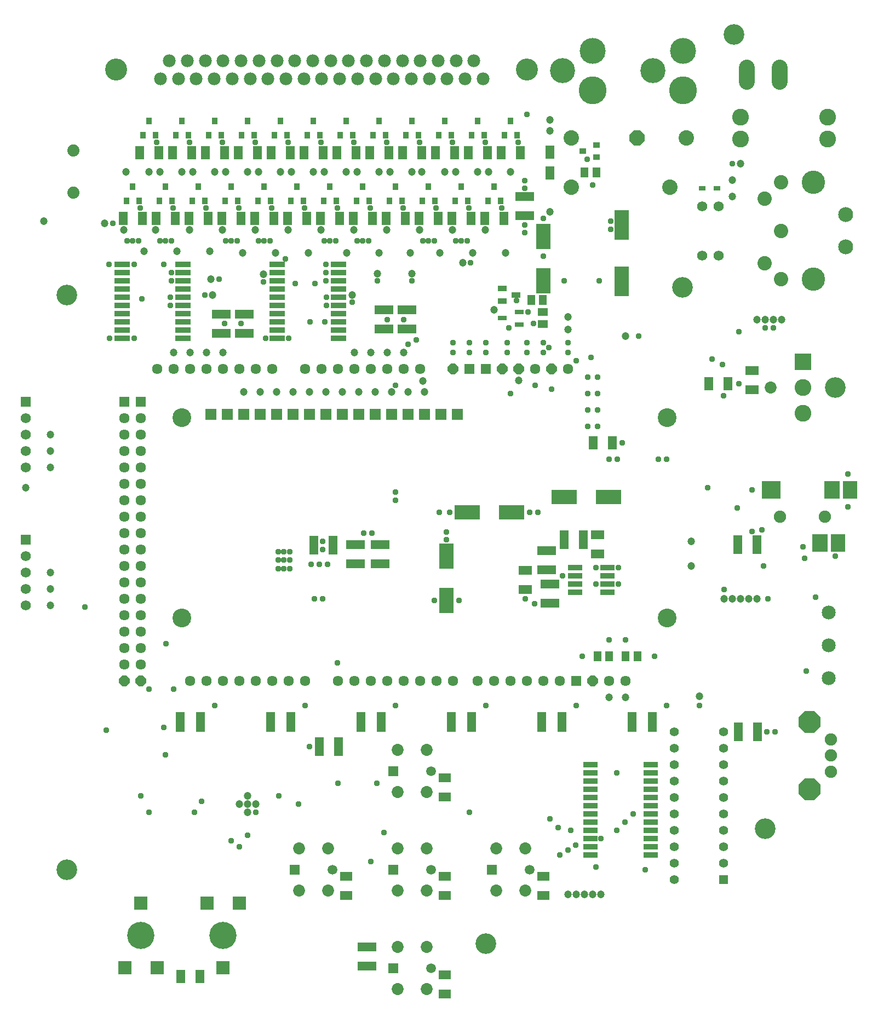
<source format=gts>
G04 EAGLE Gerber RS-274X export*
G75*
%MOMM*%
%FSLAX34Y34*%
%LPD*%
%INSoldermask Top*%
%IPPOS*%
%AMOC8*
5,1,8,0,0,1.08239X$1,22.5*%
G01*
G04 Define Apertures*
%ADD10C,3.200400*%
%ADD11R,1.561200X1.561200*%
%ADD12C,1.561200*%
%ADD13R,2.918500X1.367800*%
%ADD14R,2.318500X3.966800*%
%ADD15R,2.318500X4.618900*%
%ADD16R,1.367800X2.918500*%
%ADD17R,3.966800X2.318500*%
%ADD18R,1.093400X0.640100*%
%ADD19R,1.467100X3.156800*%
%ADD20R,1.411200X1.411200*%
%ADD21C,1.411200*%
%ADD22R,1.711200X1.711200*%
%ADD23C,2.903200*%
%ADD24C,4.019200*%
%ADD25C,4.319200*%
%ADD26C,3.869200*%
%ADD27C,1.988200*%
%ADD28C,3.403200*%
%ADD29R,2.203200X2.703200*%
%ADD30R,2.403200X2.703200*%
%ADD31R,3.003200X2.703200*%
%ADD32C,1.903200*%
%ADD33C,2.303200*%
%ADD34C,2.228200*%
%ADD35C,3.609200*%
%ADD36R,2.528200X2.528200*%
%ADD37C,2.603200*%
%ADD38C,1.853200*%
%ADD39C,3.203200*%
%ADD40C,1.575700*%
%ADD41R,0.953200X1.103200*%
%ADD42R,1.367800X2.018500*%
%ADD43C,1.611200*%
%ADD44P,1.74395X8X112.5*%
%ADD45R,1.611200X1.611200*%
%ADD46R,1.511200X1.511200*%
%ADD47C,1.511200*%
%ADD48C,1.879600*%
%ADD49R,2.256200X0.807700*%
%ADD50C,2.153200*%
%ADD51R,2.018500X1.367800*%
%ADD52R,1.975100X1.434600*%
%ADD53R,2.153200X2.153200*%
%ADD54C,4.203200*%
%ADD55R,2.171200X0.804700*%
%ADD56P,3.70091X8X22.5*%
%ADD57R,1.103200X0.953200*%
%ADD58C,2.387600*%
%ADD59P,2.58431X8X22.5*%
%ADD60R,1.234400X1.623400*%
%ADD61C,2.453200*%
%ADD62R,1.434700X2.052300*%
%ADD63R,1.315000X0.803400*%
%ADD64R,1.426700X0.828000*%
%ADD65R,1.623400X1.234400*%
%ADD66R,2.403200X0.853200*%
%ADD67C,1.203200*%
%ADD68C,0.959600*%
D10*
X1193800Y330200D03*
X1145540Y1558290D03*
X114300Y1155700D03*
X114300Y266700D03*
X762000Y152400D03*
X1065530Y1167130D03*
D11*
X50800Y990600D03*
D12*
X50800Y965200D03*
X50800Y939800D03*
X50800Y914400D03*
X50800Y889000D03*
D11*
X50800Y777240D03*
D12*
X50800Y751840D03*
X50800Y726440D03*
X50800Y701040D03*
X50800Y675640D03*
D13*
X560070Y739626D03*
X560070Y769134D03*
X821690Y1278106D03*
X821690Y1307614D03*
D14*
X850900Y1245839D03*
X850900Y1177321D03*
D15*
X971550Y1263997D03*
X971550Y1176943D03*
D16*
X1151106Y769620D03*
X1180614Y769620D03*
X1152376Y480060D03*
X1181884Y480060D03*
X525294Y768350D03*
X495786Y768350D03*
D17*
X732821Y819150D03*
X801339Y819150D03*
D13*
X598170Y739626D03*
X598170Y769134D03*
D14*
X701040Y751809D03*
X701040Y683291D03*
D18*
X1119147Y1320800D03*
X1095733Y1320800D03*
D19*
X987852Y495300D03*
X1018748Y495300D03*
X848152Y495300D03*
X879048Y495300D03*
X708452Y495300D03*
X739348Y495300D03*
X568752Y495300D03*
X599648Y495300D03*
X429052Y495300D03*
X459948Y495300D03*
X289352Y495300D03*
X320248Y495300D03*
D20*
X1129030Y251460D03*
D21*
X1129030Y276860D03*
X1129030Y302260D03*
X1129030Y327660D03*
X1129030Y353060D03*
X1129030Y378460D03*
X1129030Y403860D03*
X1129030Y429260D03*
X1129030Y454660D03*
X1129030Y480060D03*
X1052830Y480060D03*
X1052830Y454660D03*
X1052830Y429260D03*
X1052830Y403860D03*
X1052830Y378460D03*
X1052830Y353060D03*
X1052830Y327660D03*
X1052830Y302260D03*
X1052830Y276860D03*
X1052830Y251460D03*
D22*
X336700Y970600D03*
X362100Y970600D03*
X387500Y970600D03*
X412900Y970600D03*
X438300Y970600D03*
X463700Y970600D03*
X489100Y970600D03*
X514500Y970600D03*
X539900Y970600D03*
X565300Y970600D03*
X590700Y970600D03*
X616100Y970600D03*
X641500Y970600D03*
X666900Y970600D03*
X692300Y970600D03*
X717700Y970600D03*
D23*
X1041700Y965600D03*
X291700Y965600D03*
X1041700Y655600D03*
X291700Y655600D03*
D24*
X1066800Y1532910D03*
D25*
X1066800Y1472410D03*
D26*
X1019800Y1502410D03*
D24*
X927100Y1532910D03*
D25*
X927100Y1472410D03*
D26*
X880100Y1502410D03*
D27*
X258700Y1489710D03*
X286400Y1489710D03*
X314100Y1489710D03*
X341800Y1489710D03*
X369500Y1489710D03*
X397200Y1489710D03*
X424900Y1489710D03*
X452600Y1489710D03*
X480300Y1489710D03*
X508000Y1489710D03*
X535700Y1489710D03*
X563400Y1489710D03*
X591100Y1489710D03*
X618800Y1489710D03*
X646500Y1489710D03*
X674200Y1489710D03*
X701900Y1489710D03*
X729600Y1489710D03*
X757300Y1489710D03*
X272550Y1518110D03*
X300250Y1518110D03*
X327950Y1518110D03*
X355650Y1518110D03*
X383350Y1518110D03*
X411050Y1518110D03*
X438750Y1518110D03*
X466450Y1518110D03*
X494150Y1518110D03*
X521850Y1518110D03*
X549550Y1518110D03*
X577250Y1518110D03*
X604950Y1518110D03*
X632650Y1518110D03*
X660350Y1518110D03*
X688050Y1518110D03*
X715750Y1518110D03*
X743450Y1518110D03*
D28*
X190500Y1503910D03*
X825500Y1503910D03*
D29*
X1305960Y771800D03*
D30*
X1277960Y771800D03*
X1296960Y853800D03*
D29*
X1324960Y853800D03*
D31*
X1202960Y853800D03*
D32*
X1285960Y812800D03*
X1215960Y812800D03*
D33*
X1317930Y1279760D03*
X1317930Y1229760D03*
D34*
X1217930Y1329810D03*
X1193030Y1304810D03*
X1217930Y1254760D03*
X1193030Y1204710D03*
X1217930Y1179710D03*
D35*
X1268030Y1329810D03*
X1268030Y1179710D03*
D36*
X1252220Y1052190D03*
D37*
X1252220Y1012190D03*
X1252220Y972190D03*
D38*
X1202220Y1012190D03*
D39*
X1302220Y1012190D03*
D40*
X1121410Y1292860D03*
X1096010Y1292860D03*
X1096010Y1216660D03*
X1121410Y1216660D03*
D41*
X206400Y1301062D03*
X225400Y1301062D03*
X215900Y1322758D03*
X663600Y1301062D03*
X682600Y1301062D03*
X673100Y1322758D03*
X714400Y1301062D03*
X733400Y1301062D03*
X723900Y1322758D03*
X765200Y1301062D03*
X784200Y1301062D03*
X774700Y1322758D03*
X231800Y1402662D03*
X250800Y1402662D03*
X241300Y1424358D03*
X282600Y1402662D03*
X301600Y1402662D03*
X292100Y1424358D03*
X333400Y1402662D03*
X352400Y1402662D03*
X342900Y1424358D03*
X384200Y1402662D03*
X403200Y1402662D03*
X393700Y1424358D03*
X435000Y1402662D03*
X454000Y1402662D03*
X444500Y1424358D03*
X485800Y1402662D03*
X504800Y1402662D03*
X495300Y1424358D03*
X536600Y1402662D03*
X555600Y1402662D03*
X546100Y1424358D03*
X257200Y1301062D03*
X276200Y1301062D03*
X266700Y1322758D03*
X587400Y1402662D03*
X606400Y1402662D03*
X596900Y1424358D03*
X638200Y1402662D03*
X657200Y1402662D03*
X647700Y1424358D03*
X689000Y1402662D03*
X708000Y1402662D03*
X698500Y1424358D03*
X739800Y1402662D03*
X758800Y1402662D03*
X749300Y1424358D03*
X790600Y1402662D03*
X809600Y1402662D03*
X800100Y1424358D03*
X308000Y1301062D03*
X327000Y1301062D03*
X317500Y1322758D03*
X358800Y1301062D03*
X377800Y1301062D03*
X368300Y1322758D03*
X409600Y1301062D03*
X428600Y1301062D03*
X419100Y1322758D03*
X460400Y1301062D03*
X479400Y1301062D03*
X469900Y1322758D03*
X511200Y1301062D03*
X530200Y1301062D03*
X520700Y1322758D03*
X562000Y1301062D03*
X581000Y1301062D03*
X571500Y1322758D03*
X612800Y1301062D03*
X631800Y1301062D03*
X622300Y1322758D03*
D42*
X290046Y101600D03*
X319554Y101600D03*
D43*
X203200Y584200D03*
X203200Y609600D03*
X203200Y635000D03*
X203200Y660400D03*
X203200Y685800D03*
X203200Y711200D03*
X203200Y736600D03*
X203200Y762000D03*
X203200Y787400D03*
X203200Y812800D03*
X203200Y838200D03*
X203200Y863600D03*
X203200Y889000D03*
X203200Y914400D03*
X203200Y939800D03*
X228600Y939800D03*
X228600Y914400D03*
X228600Y889000D03*
X228600Y863600D03*
X228600Y838200D03*
X228600Y812800D03*
X228600Y787400D03*
X228600Y762000D03*
X228600Y736600D03*
X228600Y711200D03*
X228600Y685800D03*
X228600Y660400D03*
X228600Y635000D03*
X228600Y609600D03*
X228600Y584200D03*
X482600Y558800D03*
X457200Y558800D03*
X431800Y558800D03*
X406400Y558800D03*
X381000Y558800D03*
X355600Y558800D03*
X330200Y558800D03*
X304800Y558800D03*
X711200Y558800D03*
X685800Y558800D03*
X660400Y558800D03*
X635000Y558800D03*
X609600Y558800D03*
X584200Y558800D03*
X558800Y558800D03*
X533400Y558800D03*
D44*
X927100Y558800D03*
D45*
X901700Y558800D03*
D43*
X876300Y558800D03*
X850900Y558800D03*
X825500Y558800D03*
X800100Y558800D03*
X774700Y558800D03*
X749300Y558800D03*
X431800Y1041400D03*
X406400Y1041400D03*
X381000Y1041400D03*
X355600Y1041400D03*
X330200Y1041400D03*
X304800Y1041400D03*
X279400Y1041400D03*
X254000Y1041400D03*
X660400Y1041400D03*
X635000Y1041400D03*
X609600Y1041400D03*
X584200Y1041400D03*
X558800Y1041400D03*
X533400Y1041400D03*
X508000Y1041400D03*
X482600Y1041400D03*
X889000Y1041400D03*
D44*
X863600Y1041400D03*
D43*
X838200Y1041400D03*
D44*
X812800Y1041400D03*
X787400Y1041400D03*
D45*
X762000Y1041400D03*
X736600Y1041400D03*
D44*
X711200Y1041400D03*
D43*
X977900Y558800D03*
X952500Y558800D03*
D44*
X203200Y558800D03*
X228600Y558800D03*
D45*
X203200Y990600D03*
X228600Y990600D03*
D43*
X228600Y965200D03*
X203200Y965200D03*
D38*
X777600Y299200D03*
X777600Y234200D03*
X822600Y299200D03*
X822600Y234200D03*
D46*
X771100Y266700D03*
D47*
X829100Y266700D03*
D38*
X472800Y299200D03*
X472800Y234200D03*
X517800Y299200D03*
X517800Y234200D03*
D46*
X466300Y266700D03*
D47*
X524300Y266700D03*
D38*
X625200Y451600D03*
X625200Y386600D03*
X670200Y451600D03*
X670200Y386600D03*
D46*
X618700Y419100D03*
D47*
X676700Y419100D03*
D38*
X625200Y146800D03*
X625200Y81800D03*
X670200Y146800D03*
X670200Y81800D03*
D46*
X618700Y114300D03*
D47*
X676700Y114300D03*
D48*
X124100Y1313700D03*
X124100Y1378700D03*
D49*
X1016817Y289560D03*
X1016817Y302260D03*
X1016817Y314960D03*
X1016817Y327660D03*
X1016817Y340360D03*
X1016817Y353060D03*
X1016817Y365760D03*
X1016817Y378460D03*
X1016817Y391160D03*
X1016817Y403860D03*
X1016817Y416560D03*
X1016817Y429260D03*
X923743Y429260D03*
X923743Y416560D03*
X923743Y403860D03*
X923743Y391160D03*
X923743Y378460D03*
X923743Y365760D03*
X923743Y353060D03*
X923743Y340360D03*
X923743Y327660D03*
X923743Y314960D03*
X923743Y302260D03*
X923743Y289560D03*
D50*
X1291590Y664210D03*
X1291590Y613410D03*
X1291590Y562610D03*
D42*
X230654Y1273810D03*
X201146Y1273810D03*
X281454Y1273810D03*
X251946Y1273810D03*
X332254Y1273810D03*
X302746Y1273810D03*
X383054Y1273810D03*
X353546Y1273810D03*
X433854Y1273810D03*
X404346Y1273810D03*
X484654Y1273810D03*
X455146Y1273810D03*
X586254Y1273810D03*
X556746Y1273810D03*
X535454Y1273810D03*
X505946Y1273810D03*
X637054Y1273810D03*
X607546Y1273810D03*
X687854Y1273810D03*
X658346Y1273810D03*
X738654Y1273810D03*
X709146Y1273810D03*
X789454Y1273810D03*
X759946Y1273810D03*
X814854Y1375410D03*
X785346Y1375410D03*
X764054Y1375410D03*
X734546Y1375410D03*
X713254Y1375410D03*
X683746Y1375410D03*
X662454Y1375410D03*
X632946Y1375410D03*
X611654Y1375410D03*
X582146Y1375410D03*
X560854Y1375410D03*
X531346Y1375410D03*
X510054Y1375410D03*
X480546Y1375410D03*
X459254Y1375410D03*
X429746Y1375410D03*
X408454Y1375410D03*
X378946Y1375410D03*
X357654Y1375410D03*
X328146Y1375410D03*
X306854Y1375410D03*
X277346Y1375410D03*
X256054Y1375410D03*
X226546Y1375410D03*
X1136164Y1018540D03*
X1106656Y1018540D03*
D51*
X1173480Y1008866D03*
X1173480Y1038374D03*
D37*
X1290004Y1396510D03*
X1155004Y1396510D03*
X1290004Y1430510D03*
X1155004Y1430510D03*
D52*
X546100Y255960D03*
X546100Y226640D03*
X850900Y255960D03*
X850900Y226640D03*
X698500Y408360D03*
X698500Y379040D03*
X698500Y103560D03*
X698500Y74240D03*
D53*
X380600Y215100D03*
X355600Y115100D03*
X330600Y215100D03*
D54*
X355600Y165100D03*
D53*
X203600Y115100D03*
X228600Y215100D03*
X253600Y115100D03*
D54*
X228600Y165100D03*
D13*
X388620Y1126004D03*
X388620Y1096496D03*
X353060Y1126004D03*
X353060Y1096496D03*
X640080Y1132354D03*
X640080Y1102846D03*
X604520Y1132354D03*
X604520Y1102846D03*
D38*
X625200Y299200D03*
X625200Y234200D03*
X670200Y299200D03*
X670200Y234200D03*
D46*
X618700Y266700D03*
D47*
X676700Y266700D03*
D52*
X698500Y255960D03*
X698500Y226640D03*
D55*
X949255Y695960D03*
X949255Y708660D03*
X949255Y721360D03*
X949255Y734060D03*
X899865Y734060D03*
X899865Y721360D03*
X899865Y708660D03*
X899865Y695960D03*
D51*
X822960Y700256D03*
X822960Y729764D03*
D13*
X855980Y760244D03*
X855980Y730736D03*
D16*
X883136Y777240D03*
X912644Y777240D03*
D51*
X934720Y754866D03*
X934720Y784374D03*
D17*
X882681Y843280D03*
X951199Y843280D03*
D42*
X957094Y927100D03*
X927586Y927100D03*
D13*
X861060Y708174D03*
X861060Y678666D03*
D32*
X1295380Y443230D03*
X1295380Y468230D03*
X1295380Y418230D03*
D56*
X1262380Y495230D03*
X1262380Y391230D03*
D16*
X504676Y457200D03*
X534184Y457200D03*
D13*
X577850Y117326D03*
X577850Y146834D03*
D57*
X932868Y1368450D03*
X932868Y1387450D03*
X911172Y1377950D03*
D58*
X894080Y1398270D03*
X894080Y1322070D03*
D59*
X995680Y1398270D03*
D58*
X1071880Y1398270D03*
X1046480Y1322070D03*
D60*
X914095Y1344930D03*
X932485Y1344930D03*
X977849Y596900D03*
X996239Y596900D03*
X952551Y596900D03*
X934161Y596900D03*
D61*
X1165057Y1485277D02*
X1165057Y1507777D01*
X1215857Y1507777D02*
X1215857Y1485277D01*
D62*
X861060Y1344148D03*
X861060Y1376192D03*
D63*
X812900Y1110009D03*
X812900Y1129009D03*
X787300Y1119509D03*
D64*
X787159Y1165200D03*
X787159Y1146200D03*
X808439Y1155700D03*
D60*
X849935Y1148080D03*
X831545Y1148080D03*
D65*
X849630Y1129335D03*
X849630Y1110945D03*
D66*
X199161Y1202690D03*
X199161Y1189990D03*
X199161Y1177290D03*
X199161Y1164590D03*
X199161Y1151890D03*
X199161Y1139190D03*
X199161Y1126490D03*
X199161Y1113790D03*
X199161Y1101090D03*
X199161Y1088390D03*
X293599Y1088390D03*
X293599Y1101090D03*
X293599Y1113790D03*
X293599Y1126490D03*
X293599Y1139190D03*
X293599Y1151890D03*
X293599Y1164590D03*
X293599Y1177290D03*
X293599Y1189990D03*
X293599Y1202690D03*
X439191Y1202690D03*
X439191Y1189990D03*
X439191Y1177290D03*
X439191Y1164590D03*
X439191Y1151890D03*
X439191Y1139190D03*
X439191Y1126490D03*
X439191Y1113790D03*
X439191Y1101090D03*
X439191Y1088390D03*
X533629Y1088390D03*
X533629Y1101090D03*
X533629Y1113790D03*
X533629Y1126490D03*
X533629Y1139190D03*
X533629Y1151890D03*
X533629Y1164590D03*
X533629Y1177290D03*
X533629Y1189990D03*
X533629Y1202690D03*
D67*
X977900Y533400D03*
X952500Y533400D03*
X1092200Y534670D03*
X977900Y1092200D03*
X861060Y1283970D03*
X393700Y368300D03*
X393700Y355600D03*
X393700Y381000D03*
X406400Y368300D03*
X381000Y368300D03*
X205740Y1346200D03*
X257810Y1346200D03*
X308610Y1346200D03*
X359410Y1346200D03*
X410210Y1346200D03*
X461010Y1346200D03*
X511810Y1346200D03*
X562610Y1346200D03*
X613410Y1346200D03*
X662940Y1346200D03*
X715010Y1346200D03*
X765810Y1346200D03*
X241300Y1346200D03*
X292100Y1346200D03*
X342900Y1346200D03*
X393700Y1346200D03*
X444500Y1346200D03*
X495300Y1346200D03*
X546100Y1346200D03*
X596900Y1346200D03*
X647700Y1346200D03*
X698500Y1346200D03*
X749300Y1346200D03*
X800100Y1346200D03*
X201930Y1256030D03*
X251460Y1256030D03*
X303530Y1256030D03*
X354330Y1256030D03*
X405130Y1256030D03*
X455930Y1256030D03*
X506730Y1256030D03*
X557530Y1256030D03*
X608330Y1256030D03*
X659130Y1256030D03*
X709930Y1256030D03*
X760730Y1256030D03*
X233680Y1223010D03*
X284480Y1223010D03*
X335280Y1223010D03*
X386080Y1220470D03*
X436880Y1220470D03*
X487680Y1220470D03*
X546194Y1220470D03*
X596900Y1220470D03*
X645160Y1220470D03*
X690880Y1220470D03*
X741680Y1220470D03*
X792480Y1220470D03*
X172720Y1266190D03*
X336550Y1179830D03*
X554990Y1155700D03*
X647700Y1188720D03*
X339090Y1155700D03*
X417830Y1187450D03*
X594360Y1188720D03*
X726440Y1205230D03*
X279400Y1066800D03*
X330200Y1066800D03*
X558800Y1066800D03*
X609600Y1066800D03*
X304800Y1066800D03*
X355600Y1066800D03*
X584200Y1066800D03*
X635000Y1066800D03*
X1143000Y1333500D03*
X1143000Y1308100D03*
X1193800Y1117600D03*
X1206500Y1117600D03*
X1181100Y1117600D03*
X1143000Y685800D03*
X1168400Y685800D03*
X1181100Y685800D03*
X1130300Y685800D03*
X1155700Y685800D03*
X1079500Y774700D03*
X927100Y228600D03*
X901700Y228600D03*
X889000Y228600D03*
X914400Y228600D03*
X939800Y228600D03*
X413004Y1005840D03*
X438404Y1005840D03*
X463804Y1005840D03*
X489204Y1005840D03*
X514350Y1005840D03*
X540004Y1005840D03*
X565277Y1005840D03*
X590804Y1005840D03*
X616204Y1005840D03*
X641604Y1005840D03*
X774700Y1132840D03*
X889000Y1102360D03*
X889000Y1121410D03*
X667004Y1005840D03*
X387477Y1005840D03*
X664210Y1022350D03*
X1079500Y736600D03*
X1219200Y1117600D03*
X88900Y889000D03*
X88900Y914400D03*
X88900Y939800D03*
X88900Y675640D03*
X88900Y701040D03*
X88900Y726440D03*
X50800Y857250D03*
X78740Y1270000D03*
X861060Y1409700D03*
X861060Y1426210D03*
X812800Y1023620D03*
X1155700Y1358900D03*
D68*
X491490Y739140D03*
X504190Y739140D03*
X516890Y739140D03*
X706120Y819150D03*
X689610Y819150D03*
X998220Y1092200D03*
X609600Y1117600D03*
X358140Y1111250D03*
X932180Y270510D03*
X1022350Y596900D03*
X910590Y596900D03*
X342900Y520700D03*
X1041400Y520700D03*
X901700Y520700D03*
X762000Y520700D03*
X622300Y520700D03*
X482600Y520700D03*
X825500Y1435100D03*
X965200Y901700D03*
X1028700Y901700D03*
X952500Y901700D03*
X1041400Y901700D03*
X1111250Y1056640D03*
X880110Y721360D03*
X701040Y788670D03*
X701040Y777240D03*
X826770Y1129030D03*
X797560Y1104900D03*
X800100Y1003300D03*
X622300Y838200D03*
X622300Y850900D03*
X497840Y1173480D03*
X514350Y1202690D03*
X452120Y1211580D03*
X264160Y1202690D03*
X1092200Y520700D03*
X383540Y1111250D03*
X635000Y1117600D03*
X252730Y1391920D03*
X303530Y1391920D03*
X354330Y1391920D03*
X405130Y1391920D03*
X455930Y1391920D03*
X506730Y1391920D03*
X557530Y1391920D03*
X608330Y1391920D03*
X659130Y1391920D03*
X709930Y1391920D03*
X760730Y1391920D03*
X811530Y1391920D03*
X786130Y1290320D03*
X684530Y1290320D03*
X633730Y1290320D03*
X532130Y1290320D03*
X481330Y1290320D03*
X379730Y1290320D03*
X328930Y1290320D03*
X227330Y1290320D03*
X440690Y732282D03*
X440690Y758698D03*
X449580Y758698D03*
X458470Y758698D03*
X458470Y745490D03*
X458470Y732282D03*
X449580Y732282D03*
X449580Y745490D03*
X1008380Y266700D03*
X509270Y762000D03*
X509270Y774700D03*
X572770Y787400D03*
X585470Y787400D03*
X496570Y685800D03*
X509270Y685800D03*
X1252220Y765810D03*
X1321054Y828040D03*
X1321054Y878840D03*
X1104900Y857250D03*
X278356Y1290320D03*
X440690Y745490D03*
X966470Y708660D03*
X932180Y734060D03*
X932180Y708660D03*
X966470Y734060D03*
X711200Y1082040D03*
X711200Y1066800D03*
X736600Y1082040D03*
X736600Y1066800D03*
X762000Y1066800D03*
X762000Y1082040D03*
X795020Y1082040D03*
X795020Y1066800D03*
X825500Y1066800D03*
X825500Y1082040D03*
X850900Y1082040D03*
X850900Y1066800D03*
X889000Y1082040D03*
X889000Y1066800D03*
X924560Y1059180D03*
X901700Y1054100D03*
X919480Y1028700D03*
X934720Y1028700D03*
X919480Y952500D03*
X934720Y952500D03*
X919480Y977900D03*
X934720Y977900D03*
X919480Y1003300D03*
X934720Y1003300D03*
X1196340Y480060D03*
X1209040Y480060D03*
X836930Y678180D03*
X822960Y685800D03*
X972820Y927100D03*
X488950Y457200D03*
X829310Y819150D03*
X842010Y819150D03*
X882650Y1177290D03*
X937260Y1177290D03*
X918210Y1365250D03*
X681990Y683260D03*
X720090Y683260D03*
X467360Y1173480D03*
X515620Y1151890D03*
X457200Y1088390D03*
X421640Y1088390D03*
X218440Y1088390D03*
X180340Y1088390D03*
X229870Y1149350D03*
X218440Y1202690D03*
X179070Y1202690D03*
X430756Y1290320D03*
X583156Y1290320D03*
X735556Y1290320D03*
X821690Y1332230D03*
X821690Y1320800D03*
X274320Y1151890D03*
X622300Y1016000D03*
X142240Y673100D03*
X989330Y353060D03*
X861060Y345440D03*
X876300Y289560D03*
X976630Y340360D03*
X873606Y331624D03*
X889000Y297180D03*
X963930Y327660D03*
X892810Y327660D03*
X900430Y304800D03*
X241300Y355600D03*
X1257300Y574040D03*
X1271270Y688340D03*
X1197610Y685800D03*
X175260Y482600D03*
X311150Y355600D03*
X368300Y311432D03*
X279400Y546100D03*
X241300Y546100D03*
X593090Y400050D03*
X533400Y400050D03*
X441960Y381000D03*
X736600Y355600D03*
X263878Y486410D03*
X472440Y368300D03*
X266700Y444500D03*
X654050Y1085850D03*
X977900Y622300D03*
X838200Y1016000D03*
X275590Y1189990D03*
X514350Y1189990D03*
X641350Y1079500D03*
X952500Y622300D03*
X863600Y1009650D03*
X514350Y1177290D03*
X275590Y1177290D03*
X532130Y586514D03*
X1188720Y792480D03*
X584200Y279400D03*
X490220Y1113790D03*
X513080Y1113790D03*
X185420Y1266190D03*
X349396Y1179830D03*
X554990Y1144270D03*
X647700Y1177290D03*
X737870Y1205230D03*
X417830Y1176020D03*
X594360Y1177290D03*
X327660Y1155700D03*
X1143000Y1358900D03*
X1206500Y1104900D03*
X1129030Y999490D03*
X1153160Y1018540D03*
X1127760Y1047750D03*
X1153160Y1098550D03*
X1193800Y1104900D03*
X1301750Y751840D03*
X1173480Y853694D03*
X1191260Y736600D03*
X1173480Y789940D03*
X1254760Y748030D03*
X1130300Y699770D03*
X1150620Y826284D03*
X963930Y416560D03*
X939800Y314960D03*
X228600Y381000D03*
X267236Y615950D03*
X381000Y302260D03*
X322580Y372110D03*
X604520Y323850D03*
X393700Y320040D03*
X406400Y355600D03*
X859211Y1074420D03*
X926978Y1326002D03*
X266700Y1239520D03*
X257810Y1239520D03*
X275288Y1239218D03*
X215900Y1239520D03*
X224790Y1239520D03*
X207010Y1239520D03*
X368300Y1239520D03*
X359410Y1239520D03*
X377190Y1239520D03*
X419100Y1239520D03*
X410210Y1239520D03*
X427990Y1239520D03*
X520700Y1239520D03*
X529590Y1239520D03*
X511810Y1239520D03*
X571500Y1239520D03*
X580390Y1239520D03*
X562610Y1239520D03*
X673100Y1239520D03*
X681990Y1239520D03*
X664210Y1239520D03*
X723900Y1239520D03*
X732790Y1239520D03*
X715010Y1239520D03*
X821690Y1252220D03*
X821690Y1263650D03*
X850900Y1273810D03*
X850900Y1215390D03*
X955040Y1270000D03*
X955040Y1257300D03*
X808990Y1146810D03*
X835660Y1111250D03*
X274320Y1139190D03*
X515620Y1139190D03*
M02*

</source>
